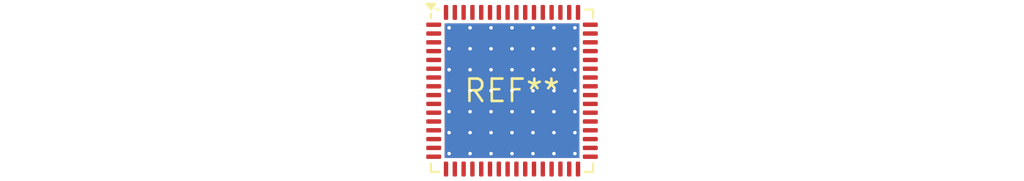
<source format=kicad_pcb>
(kicad_pcb (version 20240108) (generator pcbnew)
  (layers (0 "F.Cu" signal) (31 "B.Cu" signal) (34 "B.Paste" user) (35 "F.Paste" user) (36 "B.SilkS" user "B.Silkscreen") (37 "F.SilkS" user "F.Silkscreen") (38 "B.Mask" user) (39 "F.Mask" user) (44 "Edge.Cuts" user))
  (net 0 "")
  (footprint "QFN-64-1EP_9x9mm_P0.5mm_EP7.65x7.65mm_ThermalVias" (layer "F.Cu") (at 0 0)
    (property "Reference" "REF**")
    (property "Value" "QFN-64-1EP_9x9mm_P0.5mm_EP7.65x7.65mm_ThermalVias")
    (fp_line (start -4.61 -4.135) (end -4.61 -4.37) (layer "F.SilkS") (stroke (width 0.12)))
    (fp_line (start -4.61 4.61) (end -4.61 4.135) (layer "F.SilkS") (stroke (width 0.12)))
    (fp_line (start -4.135 -4.61) (end -4.31 -4.61) (layer "F.SilkS") (stroke (width 0.12)))
    (fp_line (start -4.135 4.61) (end -4.61 4.61) (layer "F.SilkS") (stroke (width 0.12)))
    (fp_line (start 4.135 -4.61) (end 4.61 -4.61) (layer "F.SilkS") (stroke (width 0.12)))
    (fp_line (start 4.135 4.61) (end 4.61 4.61) (layer "F.SilkS") (stroke (width 0.12)))
    (fp_line (start 4.61 -4.61) (end 4.61 -4.135) (layer "F.SilkS") (stroke (width 0.12)))
    (fp_line (start 4.61 4.61) (end 4.61 4.135) (layer "F.SilkS") (stroke (width 0.12)))
    (fp_poly (pts (xy -4.61 -4.61) (xy -4.85 -4.94) (xy -4.37 -4.94) (xy -4.61 -4.61)) (layer "F.SilkS") (stroke (width 0.12)) (fill solid))
    (pad "1" smd roundrect (at -4.45 -3.75) (size 0.85 0.25) (layers "F.Cu" "F.Paste" "F.Mask"))
    (pad "2" smd roundrect (at -4.45 -3.25) (size 0.85 0.25) (layers "F.Cu" "F.Paste" "F.Mask"))
    (pad "3" smd roundrect (at -4.45 -2.75) (size 0.85 0.25) (layers "F.Cu" "F.Paste" "F.Mask"))
    (pad "4" smd roundrect (at -4.45 -2.25) (size 0.85 0.25) (layers "F.Cu" "F.Paste" "F.Mask"))
    (pad "5" smd roundrect (at -4.45 -1.75) (size 0.85 0.25) (layers "F.Cu" "F.Paste" "F.Mask"))
    (pad "6" smd roundrect (at -4.45 -1.25) (size 0.85 0.25) (layers "F.Cu" "F.Paste" "F.Mask"))
    (pad "7" smd roundrect (at -4.45 -0.75) (size 0.85 0.25) (layers "F.Cu" "F.Paste" "F.Mask"))
    (pad "8" smd roundrect (at -4.45 -0.25) (size 0.85 0.25) (layers "F.Cu" "F.Paste" "F.Mask"))
    (pad "9" smd roundrect (at -4.45 0.25) (size 0.85 0.25) (layers "F.Cu" "F.Paste" "F.Mask"))
    (pad "10" smd roundrect (at -4.45 0.75) (size 0.85 0.25) (layers "F.Cu" "F.Paste" "F.Mask"))
    (pad "11" smd roundrect (at -4.45 1.25) (size 0.85 0.25) (layers "F.Cu" "F.Paste" "F.Mask"))
    (pad "12" smd roundrect (at -4.45 1.75) (size 0.85 0.25) (layers "F.Cu" "F.Paste" "F.Mask"))
    (pad "13" smd roundrect (at -4.45 2.25) (size 0.85 0.25) (layers "F.Cu" "F.Paste" "F.Mask"))
    (pad "14" smd roundrect (at -4.45 2.75) (size 0.85 0.25) (layers "F.Cu" "F.Paste" "F.Mask"))
    (pad "15" smd roundrect (at -4.45 3.25) (size 0.85 0.25) (layers "F.Cu" "F.Paste" "F.Mask"))
    (pad "16" smd roundrect (at -4.45 3.75) (size 0.85 0.25) (layers "F.Cu" "F.Paste" "F.Mask"))
    (pad "17" smd roundrect (at -3.75 4.45) (size 0.25 0.85) (layers "F.Cu" "F.Paste" "F.Mask"))
    (pad "18" smd roundrect (at -3.25 4.45) (size 0.25 0.85) (layers "F.Cu" "F.Paste" "F.Mask"))
    (pad "19" smd roundrect (at -2.75 4.45) (size 0.25 0.85) (layers "F.Cu" "F.Paste" "F.Mask"))
    (pad "20" smd roundrect (at -2.25 4.45) (size 0.25 0.85) (layers "F.Cu" "F.Paste" "F.Mask"))
    (pad "21" smd roundrect (at -1.75 4.45) (size 0.25 0.85) (layers "F.Cu" "F.Paste" "F.Mask"))
    (pad "22" smd roundrect (at -1.25 4.45) (size 0.25 0.85) (layers "F.Cu" "F.Paste" "F.Mask"))
    (pad "23" smd roundrect (at -0.75 4.45) (size 0.25 0.85) (layers "F.Cu" "F.Paste" "F.Mask"))
    (pad "24" smd roundrect (at -0.25 4.45) (size 0.25 0.85) (layers "F.Cu" "F.Paste" "F.Mask"))
    (pad "25" smd roundrect (at 0.25 4.45) (size 0.25 0.85) (layers "F.Cu" "F.Paste" "F.Mask"))
    (pad "26" smd roundrect (at 0.75 4.45) (size 0.25 0.85) (layers "F.Cu" "F.Paste" "F.Mask"))
    (pad "27" smd roundrect (at 1.25 4.45) (size 0.25 0.85) (layers "F.Cu" "F.Paste" "F.Mask"))
    (pad "28" smd roundrect (at 1.75 4.45) (size 0.25 0.85) (layers "F.Cu" "F.Paste" "F.Mask"))
    (pad "29" smd roundrect (at 2.25 4.45) (size 0.25 0.85) (layers "F.Cu" "F.Paste" "F.Mask"))
    (pad "30" smd roundrect (at 2.75 4.45) (size 0.25 0.85) (layers "F.Cu" "F.Paste" "F.Mask"))
    (pad "31" smd roundrect (at 3.25 4.45) (size 0.25 0.85) (layers "F.Cu" "F.Paste" "F.Mask"))
    (pad "32" smd roundrect (at 3.75 4.45) (size 0.25 0.85) (layers "F.Cu" "F.Paste" "F.Mask"))
    (pad "33" smd roundrect (at 4.45 3.75) (size 0.85 0.25) (layers "F.Cu" "F.Paste" "F.Mask"))
    (pad "34" smd roundrect (at 4.45 3.25) (size 0.85 0.25) (layers "F.Cu" "F.Paste" "F.Mask"))
    (pad "35" smd roundrect (at 4.45 2.75) (size 0.85 0.25) (layers "F.Cu" "F.Paste" "F.Mask"))
    (pad "36" smd roundrect (at 4.45 2.25) (size 0.85 0.25) (layers "F.Cu" "F.Paste" "F.Mask"))
    (pad "37" smd roundrect (at 4.45 1.75) (size 0.85 0.25) (layers "F.Cu" "F.Paste" "F.Mask"))
    (pad "38" smd roundrect (at 4.45 1.25) (size 0.85 0.25) (layers "F.Cu" "F.Paste" "F.Mask"))
    (pad "39" smd roundrect (at 4.45 0.75) (size 0.85 0.25) (layers "F.Cu" "F.Paste" "F.Mask"))
    (pad "40" smd roundrect (at 4.45 0.25) (size 0.85 0.25) (layers "F.Cu" "F.Paste" "F.Mask"))
    (pad "41" smd roundrect (at 4.45 -0.25) (size 0.85 0.25) (layers "F.Cu" "F.Paste" "F.Mask"))
    (pad "42" smd roundrect (at 4.45 -0.75) (size 0.85 0.25) (layers "F.Cu" "F.Paste" "F.Mask"))
    (pad "43" smd roundrect (at 4.45 -1.25) (size 0.85 0.25) (layers "F.Cu" "F.Paste" "F.Mask"))
    (pad "44" smd roundrect (at 4.45 -1.75) (size 0.85 0.25) (layers "F.Cu" "F.Paste" "F.Mask"))
    (pad "45" smd roundrect (at 4.45 -2.25) (size 0.85 0.25) (layers "F.Cu" "F.Paste" "F.Mask"))
    (pad "46" smd roundrect (at 4.45 -2.75) (size 0.85 0.25) (layers "F.Cu" "F.Paste" "F.Mask"))
    (pad "47" smd roundrect (at 4.45 -3.25) (size 0.85 0.25) (layers "F.Cu" "F.Paste" "F.Mask"))
    (pad "48" smd roundrect (at 4.45 -3.75) (size 0.85 0.25) (layers "F.Cu" "F.Paste" "F.Mask"))
    (pad "49" smd roundrect (at 3.75 -4.45) (size 0.25 0.85) (layers "F.Cu" "F.Paste" "F.Mask"))
    (pad "50" smd roundrect (at 3.25 -4.45) (size 0.25 0.85) (layers "F.Cu" "F.Paste" "F.Mask"))
    (pad "51" smd roundrect (at 2.75 -4.45) (size 0.25 0.85) (layers "F.Cu" "F.Paste" "F.Mask"))
    (pad "52" smd roundrect (at 2.25 -4.45) (size 0.25 0.85) (layers "F.Cu" "F.Paste" "F.Mask"))
    (pad "53" smd roundrect (at 1.75 -4.45) (size 0.25 0.85) (layers "F.Cu" "F.Paste" "F.Mask"))
    (pad "54" smd roundrect (at 1.25 -4.45) (size 0.25 0.85) (layers "F.Cu" "F.Paste" "F.Mask"))
    (pad "55" smd roundrect (at 0.75 -4.45) (size 0.25 0.85) (layers "F.Cu" "F.Paste" "F.Mask"))
    (pad "56" smd roundrect (at 0.25 -4.45) (size 0.25 0.85) (layers "F.Cu" "F.Paste" "F.Mask"))
    (pad "57" smd roundrect (at -0.25 -4.45) (size 0.25 0.85) (layers "F.Cu" "F.Paste" "F.Mask"))
    (pad "58" smd roundrect (at -0.75 -4.45) (size 0.25 0.85) (layers "F.Cu" "F.Paste" "F.Mask"))
    (pad "59" smd roundrect (at -1.25 -4.45) (size 0.25 0.85) (layers "F.Cu" "F.Paste" "F.Mask"))
    (pad "60" smd roundrect (at -1.75 -4.45) (size 0.25 0.85) (layers "F.Cu" "F.Paste" "F.Mask"))
    (pad "61" smd roundrect (at -2.25 -4.45) (size 0.25 0.85) (layers "F.Cu" "F.Paste" "F.Mask"))
    (pad "62" smd roundrect (at -2.75 -4.45) (size 0.25 0.85) (layers "F.Cu" "F.Paste" "F.Mask"))
    (pad "63" smd roundrect (at -3.25 -4.45) (size 0.25 0.85) (layers "F.Cu" "F.Paste" "F.Mask"))
    (pad "64" smd roundrect (at -3.75 -4.45) (size 0.25 0.85) (layers "F.Cu" "F.Paste" "F.Mask"))
    (pad "65" thru_hole circle (at -3.575 -3.575) (size 0.5 0.5) (drill 0.2) (property pad_prop_heatsink) (layers *.Cu) (remove_unused_layers))
    (pad "65" thru_hole circle (at -3.575 -2.383333) (size 0.5 0.5) (drill 0.2) (property pad_prop_heatsink) (layers *.Cu) (remove_unused_layers))
    (pad "65" thru_hole circle (at -3.575 -1.191667) (size 0.5 0.5) (drill 0.2) (property pad_prop_heatsink) (layers *.Cu) (remove_unused_layers))
    (pad "65" thru_hole circle (at -3.575 0) (size 0.5 0.5) (drill 0.2) (property pad_prop_heatsink) (layers *.Cu) (remove_unused_layers))
    (pad "65" thru_hole circle (at -3.575 1.191667) (size 0.5 0.5) (drill 0.2) (property pad_prop_heatsink) (layers *.Cu) (remove_unused_layers))
    (pad "65" thru_hole circle (at -3.575 2.383333) (size 0.5 0.5) (drill 0.2) (property pad_prop_heatsink) (layers *.Cu) (remove_unused_layers))
    (pad "65" thru_hole circle (at -3.575 3.575) (size 0.5 0.5) (drill 0.2) (property pad_prop_heatsink) (layers *.Cu) (remove_unused_layers))
    (pad "65" thru_hole circle (at -2.383333 -3.575) (size 0.5 0.5) (drill 0.2) (property pad_prop_heatsink) (layers *.Cu) (remove_unused_layers))
    (pad "65" thru_hole circle (at -2.383333 -2.383333) (size 0.5 0.5) (drill 0.2) (property pad_prop_heatsink) (layers *.Cu) (remove_unused_layers))
    (pad "65" thru_hole circle (at -2.383333 -1.191667) (size 0.5 0.5) (drill 0.2) (property pad_prop_heatsink) (layers *.Cu) (remove_unused_layers))
    (pad "65" thru_hole circle (at -2.383333 0) (size 0.5 0.5) (drill 0.2) (property pad_prop_heatsink) (layers *.Cu) (remove_unused_layers))
    (pad "65" thru_hole circle (at -2.383333 1.191667) (size 0.5 0.5) (drill 0.2) (property pad_prop_heatsink) (layers *.Cu) (remove_unused_layers))
    (pad "65" thru_hole circle (at -2.383333 2.383333) (size 0.5 0.5) (drill 0.2) (property pad_prop_heatsink) (layers *.Cu) (remove_unused_layers))
    (pad "65" thru_hole circle (at -2.383333 3.575) (size 0.5 0.5) (drill 0.2) (property pad_prop_heatsink) (layers *.Cu) (remove_unused_layers))
    (pad "65" thru_hole circle (at -1.191667 -3.575) (size 0.5 0.5) (drill 0.2) (property pad_prop_heatsink) (layers *.Cu) (remove_unused_layers))
    (pad "65" thru_hole circle (at -1.191667 -2.383333) (size 0.5 0.5) (drill 0.2) (property pad_prop_heatsink) (layers *.Cu) (remove_unused_layers))
    (pad "65" thru_hole circle (at -1.191667 -1.191667) (size 0.5 0.5) (drill 0.2) (property pad_prop_heatsink) (layers *.Cu) (remove_unused_layers))
    (pad "65" thru_hole circle (at -1.191667 0) (size 0.5 0.5) (drill 0.2) (property pad_prop_heatsink) (layers *.Cu) (remove_unused_layers))
    (pad "65" thru_hole circle (at -1.191667 1.191667) (size 0.5 0.5) (drill 0.2) (property pad_prop_heatsink) (layers *.Cu) (remove_unused_layers))
    (pad "65" thru_hole circle (at -1.191667 2.383333) (size 0.5 0.5) (drill 0.2) (property pad_prop_heatsink) (layers *.Cu) (remove_unused_layers))
    (pad "65" thru_hole circle (at -1.191667 3.575) (size 0.5 0.5) (drill 0.2) (property pad_prop_heatsink) (layers *.Cu) (remove_unused_layers))
    (pad "65" thru_hole circle (at 0 -3.575) (size 0.5 0.5) (drill 0.2) (property pad_prop_heatsink) (layers *.Cu) (remove_unused_layers))
    (pad "65" thru_hole circle (at 0 -2.383333) (size 0.5 0.5) (drill 0.2) (property pad_prop_heatsink) (layers *.Cu) (remove_unused_layers))
    (pad "65" thru_hole circle (at 0 -1.191667) (size 0.5 0.5) (drill 0.2) (property pad_prop_heatsink) (layers *.Cu) (remove_unused_layers))
    (pad "65" thru_hole circle (at 0 0) (size 0.5 0.5) (drill 0.2) (property pad_prop_heatsink) (layers *.Cu) (remove_unused_layers))
    (pad "65" smd rect (at 0 0) (size 7.65 7.65) (property pad_prop_heatsink) (layers "F.Cu" "F.Mask"))
    (pad "65" smd rect (at 0 0) (size 7.65 7.65) (property pad_prop_heatsink) (layers "B.Cu"))
    (pad "65" thru_hole circle (at 0 1.191667) (size 0.5 0.5) (drill 0.2) (property pad_prop_heatsink) (layers *.Cu) (remove_unused_layers))
    (pad "65" thru_hole circle (at 0 2.383333) (size 0.5 0.5) (drill 0.2) (property pad_prop_heatsink) (layers *.Cu) (remove_unused_layers))
    (pad "65" thru_hole circle (at 0 3.575) (size 0.5 0.5) (drill 0.2) (property pad_prop_heatsink) (layers *.Cu) (remove_unused_layers))
    (pad "65" thru_hole circle (at 1.191667 -3.575) (size 0.5 0.5) (drill 0.2) (property pad_prop_heatsink) (layers *.Cu) (remove_unused_layers))
    (pad "65" thru_hole circle (at 1.191667 -2.383333) (size 0.5 0.5) (drill 0.2) (property pad_prop_heatsink) (layers *.Cu) (remove_unused_layers))
    (pad "65" thru_hole circle (at 1.191667 -1.191667) (size 0.5 0.5) (drill 0.2) (property pad_prop_heatsink) (layers *.Cu) (remove_unused_layers))
    (pad "65" thru_hole circle (at 1.191667 0) (size 0.5 0.5) (drill 0.2) (property pad_prop_heatsink) (layers *.Cu) (remove_unused_layers))
    (pad "65" thru_hole circle (at 1.191667 1.191667) (size 0.5 0.5) (drill 0.2) (property pad_prop_heatsink) (layers *.Cu) (remove_unused_layers))
    (pad "65" thru_hole circle (at 1.191667 2.383333) (size 0.5 0.5) (drill 0.2) (property pad_prop_heatsink) (layers *.Cu) (remove_unused_layers))
    (pad "65" thru_hole circle (at 1.191667 3.575) (size 0.5 0.5) (drill 0.2) (property pad_prop_heatsink) (layers *.Cu) (remove_unused_layers))
    (pad "65" thru_hole circle (at 2.383333 -3.575) (size 0.5 0.5) (drill 0.2) (property pad_prop_heatsink) (layers *.Cu) (remove_unused_layers))
    (pad "65" thru_hole circle (at 2.383333 -2.383333) (size 0.5 0.5) (drill 0.2) (property pad_prop_heatsink) (layers *.Cu) (remove_unused_layers))
    (pad "65" thru_hole circle (at 2.383333 -1.191667) (size 0.5 0.5) (drill 0.2) (property pad_prop_heatsink) (layers *.Cu) (remove_unused_layers))
    (pad "65" thru_hole circle (at 2.383333 0) (size 0.5 0.5) (drill 0.2) (property pad_prop_heatsink) (layers *.Cu) (remove_unused_layers))
    (pad "65" thru_hole circle (at 2.383333 1.191667) (size 0.5 0.5) (drill 0.2) (property pad_prop_heatsink) (layers *.Cu) (remove_unused_layers))
    (pad "65" thru_hole circle (at 2.383333 2.383333) (size 0.5 0.5) (drill 0.2) (property pad_prop_heatsink) (layers *.Cu) (remove_unused_layers))
    (pad "65" thru_hole circle (at 2.383333 3.575) (size 0.5 0.5) (drill 0.2) (property pad_prop_heatsink) (layers *.Cu) (remove_unused_layers))
    (pad "65" thru_hole circle (at 3.575 -3.575) (size 0.5 0.5) (drill 0.2) (property pad_prop_heatsink) (layers *.Cu) (remove_unused_layers))
    (pad "65" thru_hole circle (at 3.575 -2.383333) (size 0.5 0.5) (drill 0.2) (property pad_prop_heatsink) (layers *.Cu) (remove_unused_layers))
    (pad "65" thru_hole circle (at 3.575 -1.191667) (size 0.5 0.5) (drill 0.2) (property pad_prop_heatsink) (layers *.Cu) (remove_unused_layers))
    (pad "65" thru_hole circle (at 3.575 0) (size 0.5 0.5) (drill 0.2) (property pad_prop_heatsink) (layers *.Cu) (remove_unused_layers))
    (pad "65" thru_hole circle (at 3.575 1.191667) (size 0.5 0.5) (drill 0.2) (property pad_prop_heatsink) (layers *.Cu) (remove_unused_layers))
    (pad "65" thru_hole circle (at 3.575 2.383333) (size 0.5 0.5) (drill 0.2) (property pad_prop_heatsink) (layers *.Cu) (remove_unused_layers))
    (pad "65" thru_hole circle (at 3.575 3.575) (size 0.5 0.5) (drill 0.2) (property pad_prop_heatsink) (layers *.Cu) (remove_unused_layers))
  )
)
</source>
